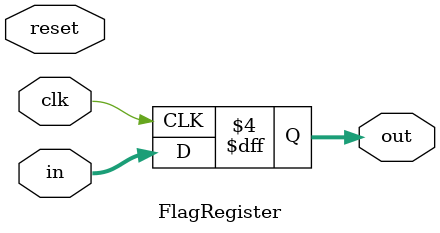
<source format=v>
`timescale 1ns / 1ps
module FlagRegister (clk, reset, in, out);

// 6 - bit Flag Register
// Works on positive edge of clock
// Input signals are active high

/* Inputs */
// clk regulates working of register
// reset overrides all values stored in register to zero
// in provides input data to register

/* Output */
// out provides flag register contents

/* Flag Register Contents */
// R[0] = carry flag
// R[1] = zero flag
// R[2] = sign flag
// R[3] = greater_than flag
// R[4] = equal flag
// R[5] = parity (even) flag 
    
input clk, reset;
input [ 5 : 0 ] in;
output reg [ 5 : 0 ] out; 

// initialize reg variables
initial begin
	out = 0;
end

always @ (posedge clk) begin
	if (reset === 1'b1) begin
		out <= 0;
	end
	out [ 0 ] <= in [ 0 ]; // carry
	out [ 1 ] <= in [ 1 ]; // zero
   out [ 2 ] <= in [ 2 ]; // sign 
   out [ 3 ] <= in [ 3 ]; // greater_than 
   out [ 4 ] <= in [ 4 ]; // equal 
   out [ 5 ] <= in [ 5 ]; // parity 
end

endmodule

</source>
